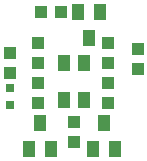
<source format=gbr>
G04 EAGLE Gerber RS-274X export*
G75*
%MOMM*%
%FSLAX34Y34*%
%LPD*%
%INSolderpaste Top*%
%IPPOS*%
%AMOC8*
5,1,8,0,0,1.08239X$1,22.5*%
G01*
%ADD10R,1.100000X1.000000*%
%ADD11R,1.080000X1.378000*%
%ADD12R,1.000000X1.400000*%
%ADD13R,1.000000X1.100000*%
%ADD14R,0.800000X0.800000*%


D10*
X53975Y129613D03*
X53975Y146613D03*
D11*
X8500Y135103D03*
X-8500Y135103D03*
X-8500Y103023D03*
X8500Y103023D03*
D12*
X-28575Y84025D03*
X-19075Y62025D03*
X-38075Y62025D03*
X25400Y84025D03*
X34900Y62025D03*
X15900Y62025D03*
X12700Y155688D03*
X3200Y177688D03*
X22200Y177688D03*
D10*
X28575Y134375D03*
X28575Y151375D03*
X28575Y118038D03*
X28575Y101038D03*
X-30163Y151375D03*
X-30163Y134375D03*
X-30163Y118038D03*
X-30163Y101038D03*
X0Y84700D03*
X0Y67700D03*
D13*
X-10550Y177800D03*
X-27550Y177800D03*
D14*
X-53975Y113863D03*
X-53975Y98863D03*
D10*
X-53975Y143438D03*
X-53975Y126438D03*
M02*

</source>
